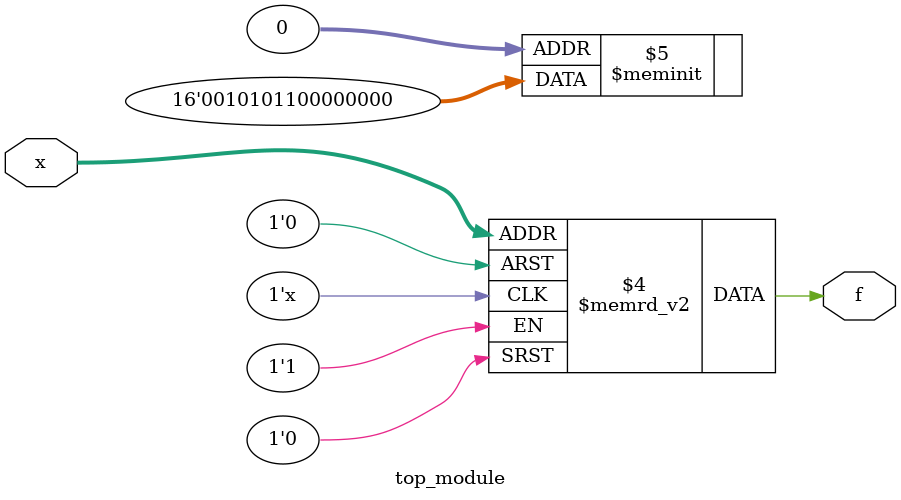
<source format=sv>
module top_module (
	input [4:1] x,
	output logic f
);
	
	always_comb begin
		case(x)
			4'b0000: f = 0;
			4'b0001: f = 0;
			4'b0010: f = 0;
			4'b0011: f = 0;
			4'b0100: f = 0;
			4'b0101: f = 0;
			4'b0110: f = 0;
			4'b0111: f = 0;
			4'b1000: f = 1;
			4'b1001: f = 1;
			4'b1010: f = 0; // d
			4'b1011: f = 1;
			4'b1100: f = 0;
			4'b1101: f = 1;
			4'b1110: f = 0; // d
			4'b1111: f = 0;
			default: f = 0;
		endcase
	end
endmodule

</source>
